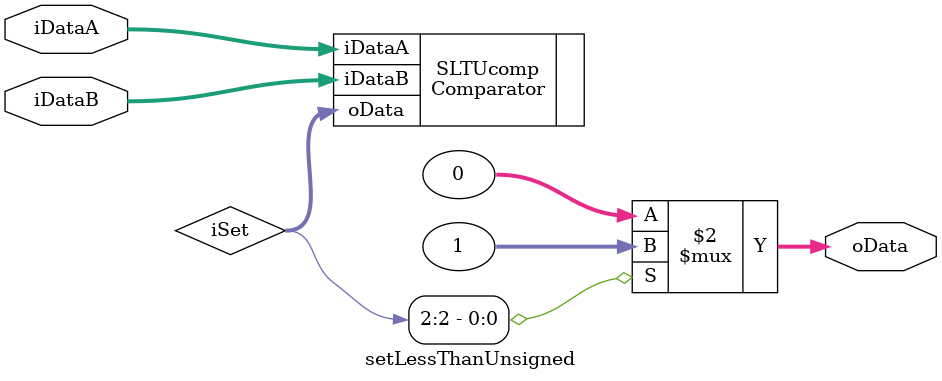
<source format=v>
/*
    Module for the Set Less than Unisigned instruction
    intakes input A and B
    Uses the comparator to find relationship between A and B
    Outputs oData, either 1 or 0
        1 if A < B, 0 otherwise
*/
module setLessThanUnsigned (
    input [31:0] iDataA,
    input [31:0] iDataB,
    output [31:0] oData
    );
    wire [2:0] iSet; // wire for A and B relationship

    Comparator SLTUcomp(
        .iDataA(iDataA),
        .iDataB(iDataB),
        .oData(iSet)
    );
    assign oData = (iSet[2] == 1) ? 32'b1 : 32'b0;
endmodule

</source>
